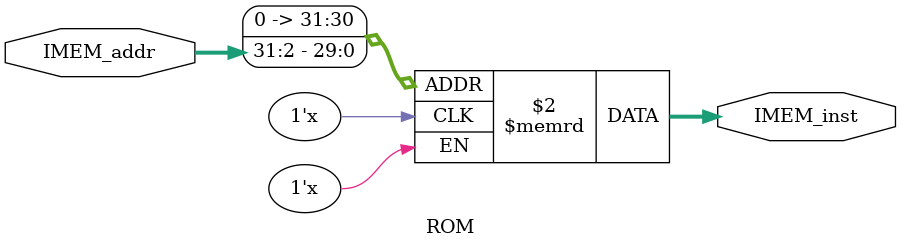
<source format=v>
module ROM (IMEM_addr, IMEM_inst);
    input wire[31:0] IMEM_addr;   // PC
    output reg[31:0] IMEM_inst;    // inst
    reg[31:0] rom_mem[0:11];  // create a memory for inst
    
    always @(*) begin
         IMEM_inst <= rom_mem[IMEM_addr>>2];
    end
endmodule
</source>
